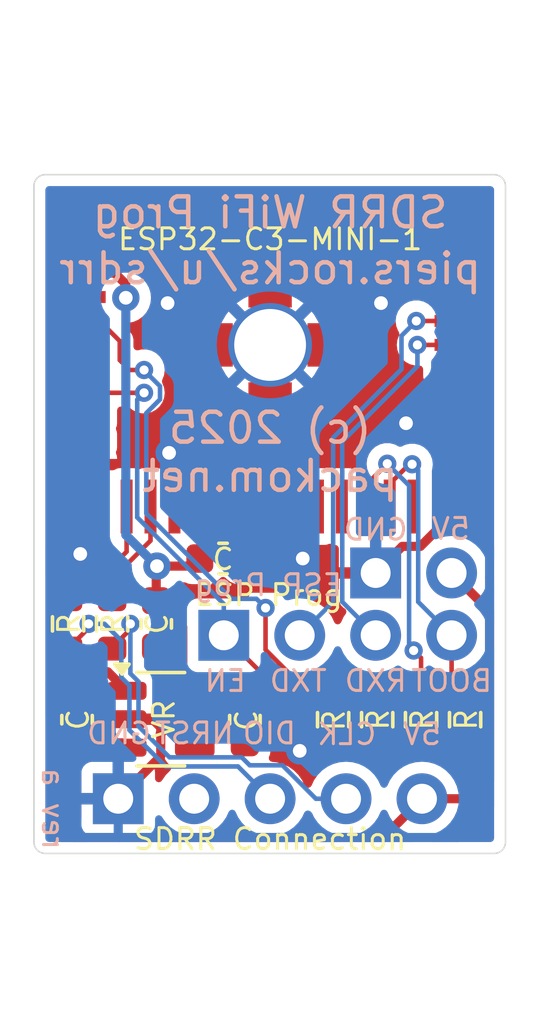
<source format=kicad_pcb>
(kicad_pcb (version 20240108) (generator "pcbnew") (generator_version "8.0")
  (layers (0 "F.Cu" signal) (31 "B.Cu" signal) (34 "B.Paste" user) (35 "F.Paste" user) (36 "B.SilkS" user "B.Silkscreen") (37 "F.SilkS" user "F.Silkscreen") (38 "B.Mask" user) (39 "F.Mask" user) (44 "Edge.Cuts" user))
  (net 0 "")
  (net 1 "+5V")
  (net 2 "GND")
  (net 3 "+3V3")
  (net 4 "SWD_DIO")
  (net 5 "SWD_CLK")
  (net 6 "NRST")
  (net 7 "RXD0")
  (net 8 "TXD")
  (net 9 "BOOT")
  (net 10 "EN")
  (net 11 "Net-(U1-IO8_JTD_BOOT)")
  (net 12 "Net-(U1-IO2_PU)")
  (net 36 "Net-(U1-IO0)")
  (net 37 "Net-(U1-IO1)")
  (footprint "Resistor_SMD:R_0603_1608Metric" (layer "F.Cu") (at 60.3504 68.7324 90)
    (property "Reference" "R4" (hide yes))
    (property "Value" "4K7")
    (fp_line (start -0.237258 -0.5225) (end 0.237258 -0.5225) (stroke (width 0.12)) (layer "F.SilkS"))
    (fp_line (start -0.237258 0.5225) (end 0.237258 0.5225) (stroke (width 0.12)) (layer "F.SilkS"))
    (pad "1" smd roundrect (at -0.825 0 90) (size 0.8 0.95) (layers "F.Cu" "F.Paste" "F.Mask") (net 3 "+3V3"))
    (pad "2" smd roundrect (at 0.825 0 90) (size 0.8 0.95) (layers "F.Cu" "F.Paste" "F.Mask") (net 12 "Net-(U1-IO2_PU)"))
  )
  (footprint "Connector_PinHeader_2.54mm:PinHeader_1x02_P2.54mm_Vertical" (layer "F.Cu") (at 60.2996 63.8302 90)
    (property "Reference" "J3" (hide yes))
    (property "Value" "Conn_01x02_Pin")
    (pad "1" thru_hole rect (at 0 0 90) (size 1.7 1.7) (drill 1) (layers "*.Cu" "*.Mask") (net 2 "GND"))
    (pad "2" thru_hole oval (at 0 2.54 90) (size 1.7 1.7) (drill 1) (layers "*.Cu" "*.Mask") (net 1 "+5V"))
  )
  (footprint "Package_TO_SOT_SMD:SOT-23-5" (layer "F.Cu") (at 53.1114 68.7172)
    (property "Reference" "U2" (hide yes))
    (property "Value" "AP2112K-3.3")
    (fp_line (start 0 -1.56) (end -0.8 -1.56) (stroke (width 0.12)) (layer "F.SilkS"))
    (fp_line (start 0 -1.56) (end 0.8 -1.56) (stroke (width 0.12)) (layer "F.SilkS"))
    (fp_line (start 0 1.56) (end -0.8 1.56) (stroke (width 0.12)) (layer "F.SilkS"))
    (fp_line (start 0 1.56) (end 0.8 1.56) (stroke (width 0.12)) (layer "F.SilkS"))
    (fp_poly (pts (xy -1.3 -1.51) (xy -1.54 -1.84) (xy -1.06 -1.84) (xy -1.3 -1.51)) (stroke (width 0.12)) (fill solid) (layer "F.SilkS"))
    (pad "1" smd roundrect (at -1.1375 -0.95) (size 1.325 0.6) (layers "F.Cu" "F.Paste" "F.Mask") (net 1 "+5V"))
    (pad "2" smd roundrect (at -1.1375 0) (size 1.325 0.6) (layers "F.Cu" "F.Paste" "F.Mask") (net 2 "GND"))
    (pad "3" smd roundrect (at -1.1375 0.95) (size 1.325 0.6) (layers "F.Cu" "F.Paste" "F.Mask") (net 1 "+5V"))
    (pad "4" smd roundrect (at 1.1375 0.95) (size 1.325 0.6) (layers "F.Cu" "F.Paste" "F.Mask"))
    (pad "5" smd roundrect (at 1.1375 -0.95) (size 1.325 0.6) (layers "F.Cu" "F.Paste" "F.Mask") (net 3 "+3V3"))
  )
  (footprint "Resistor_SMD:R_0603_1608Metric" (layer "F.Cu") (at 51.4858 65.532 -90)
    (property "Reference" "R6" (hide yes))
    (property "Value" "100R")
    (fp_line (start -0.237258 0.5225) (end 0.237258 0.5225) (stroke (width 0.12)) (layer "F.SilkS"))
    (fp_line (start -0.237258 -0.5225) (end 0.237258 -0.5225) (stroke (width 0.12)) (layer "F.SilkS"))
    (pad "1" smd roundrect (at -0.825 0 270) (size 0.8 0.95) (layers "F.Cu" "F.Paste" "F.Mask") (net 37 "Net-(U1-IO1)"))
    (pad "2" smd roundrect (at 0.825 0 270) (size 0.8 0.95) (layers "F.Cu" "F.Paste" "F.Mask") (net 5 "SWD_CLK"))
  )
  (footprint "Resistor_SMD:R_0603_1608Metric" (layer "F.Cu") (at 61.8181 68.7324 90)
    (property "Reference" "R3" (hide yes))
    (property "Value" "4K7")
    (fp_line (start -0.237258 -0.5225) (end 0.237258 -0.5225) (stroke (width 0.12)) (layer "F.SilkS"))
    (fp_line (start -0.237258 0.5225) (end 0.237258 0.5225) (stroke (width 0.12)) (layer "F.SilkS"))
    (pad "1" smd roundrect (at -0.825 0 90) (size 0.8 0.95) (layers "F.Cu" "F.Paste" "F.Mask") (net 3 "+3V3"))
    (pad "2" smd roundrect (at 0.825 0 90) (size 0.8 0.95) (layers "F.Cu" "F.Paste" "F.Mask") (net 11 "Net-(U1-IO8_JTD_BOOT)"))
  )
  (footprint "Connector_PinHeader_2.54mm:PinHeader_1x04_P2.54mm_Vertical" (layer "F.Cu") (at 55.2196 65.913 90)
    (property "Reference" "J2" (hide yes))
    (property "Value" "Conn_01x04_Pin")
    (pad "1" thru_hole rect (at 0 0 90) (size 1.7 1.7) (drill 1) (layers "*.Cu" "*.Mask") (net 10 "EN"))
    (pad "2" thru_hole oval (at 0 2.54 90) (size 1.7 1.7) (drill 1) (layers "*.Cu" "*.Mask") (net 8 "TXD"))
    (pad "3" thru_hole oval (at 0 5.08 90) (size 1.7 1.7) (drill 1) (layers "*.Cu" "*.Mask") (net 7 "RXD0"))
    (pad "4" thru_hole oval (at 0 7.62 90) (size 1.7 1.7) (drill 1) (layers "*.Cu" "*.Mask") (net 9 "BOOT"))
  )
  (footprint "Resistor_SMD:R_0603_1608Metric" (layer "F.Cu") (at 50.0126 65.532 -90)
    (property "Reference" "R5" (hide yes))
    (property "Value" "100R")
    (fp_line (start -0.237258 0.5225) (end 0.237258 0.5225) (stroke (width 0.12)) (layer "F.SilkS"))
    (fp_line (start -0.237258 -0.5225) (end 0.237258 -0.5225) (stroke (width 0.12)) (layer "F.SilkS"))
    (pad "1" smd roundrect (at -0.825 0 270) (size 0.8 0.95) (layers "F.Cu" "F.Paste" "F.Mask") (net 36 "Net-(U1-IO0)"))
    (pad "2" smd roundrect (at 0.825 0 270) (size 0.8 0.95) (layers "F.Cu" "F.Paste" "F.Mask") (net 4 "SWD_DIO"))
  )
  (footprint "Capacitor_SMD:C_0603_1608Metric" (layer "F.Cu") (at 50.3119 68.7324 90)
    (property "Reference" "C1" (hide yes))
    (property "Value" "1uF")
    (fp_line (start -0.14058 -0.51) (end 0.14058 -0.51) (stroke (width 0.12)) (layer "F.SilkS"))
    (fp_line (start -0.14058 0.51) (end 0.14058 0.51) (stroke (width 0.12)) (layer "F.SilkS"))
    (pad "1" smd roundrect (at -0.775 0 90) (size 0.9 0.95) (layers "F.Cu" "F.Paste" "F.Mask") (net 1 "+5V"))
    (pad "2" smd roundrect (at 0.775 0 90) (size 0.9 0.95) (layers "F.Cu" "F.Paste" "F.Mask") (net 2 "GND"))
  )
  (footprint "espressif:ESP32-C3-MINI-1_HandSoldering" (layer "F.Cu") (at 56.769 56.2102)
    (property "Reference" "U1" (hide yes))
    (property "Value" "ESP-C3-MINI_1")
    (pad "1" smd rect (at -6.4 -4 90) (size 0.4 1.8) (layers "F.Cu" "F.Paste" "F.Mask") (net 2 "GND"))
    (pad "2" smd rect (at -6.4 -3.2 90) (size 0.4 1.8) (layers "F.Cu" "F.Paste" "F.Mask") (net 2 "GND"))
    (pad "3" smd rect (at -6.4 -2.4 90) (size 0.4 1.8) (layers "F.Cu" "F.Paste" "F.Mask") (net 3 "+3V3"))
    (pad "4" smd rect (at -6.4 -1.6 90) (size 0.4 1.8) (layers "F.Cu" "F.Paste" "F.Mask"))
    (pad "5" smd rect (at -6.4 -0.8 90) (size 0.4 1.8) (layers "F.Cu" "F.Paste" "F.Mask") (net 12 "Net-(U1-IO2_PU)"))
    (pad "6" smd rect (at -6.4 0 90) (size 0.4 1.8) (layers "F.Cu" "F.Paste" "F.Mask"))
    (pad "7" smd rect (at -6.4 0.8 90) (size 0.4 1.8) (layers "F.Cu" "F.Paste" "F.Mask"))
    (pad "8" smd rect (at -6.4 1.6 90) (size 0.4 1.8) (layers "F.Cu" "F.Paste" "F.Mask") (net 10 "EN"))
    (pad "9" smd rect (at -6.4 2.4 90) (size 0.4 1.8) (layers "F.Cu" "F.Paste" "F.Mask"))
    (pad "10" smd rect (at -6.4 3.2 90) (size 0.4 1.8) (layers "F.Cu" "F.Paste" "F.Mask"))
    (pad "11" smd rect (at -6.4 4 90) (size 0.4 1.8) (layers "F.Cu" "F.Paste" "F.Mask") (net 2 "GND"))
    (pad "12" smd rect (at -4.8 5.4) (size 0.4 1.8) (layers "F.Cu" "F.Paste" "F.Mask") (net 36 "Net-(U1-IO0)"))
    (pad "13" smd rect (at -4 5.4) (size 0.4 1.8) (layers "F.Cu" "F.Paste" "F.Mask") (net 37 "Net-(U1-IO1)"))
    (pad "14" smd rect (at -3.2 5.4) (size 0.4 1.8) (layers "F.Cu" "F.Paste" "F.Mask") (net 2 "GND"))
    (pad "15" smd rect (at -2.4 5.4) (size 0.4 1.8) (layers "F.Cu" "F.Paste" "F.Mask"))
    (pad "16" smd rect (at -1.6 5.4) (size 0.4 1.8) (layers "F.Cu" "F.Paste" "F.Mask"))
    (pad "17" smd rect (at -0.8 5.4) (size 0.4 1.8) (layers "F.Cu" "F.Paste" "F.Mask"))
    (pad "18" smd rect (at 0 5.4) (size 0.4 1.8) (layers "F.Cu" "F.Paste" "F.Mask"))
    (pad "19" smd rect (at 0.8 5.4) (size 0.4 1.8) (layers "F.Cu" "F.Paste" "F.Mask"))
    (pad "20" smd rect (at 1.6 5.4) (size 0.4 1.8) (layers "F.Cu" "F.Paste" "F.Mask"))
    (pad "21" smd rect (at 2.4 5.4) (size 0.4 1.8) (layers "F.Cu" "F.Paste" "F.Mask"))
    (pad "22" smd rect (at 3.2 5.4) (size 0.4 1.8) (layers "F.Cu" "F.Paste" "F.Mask") (net 11 "Net-(U1-IO8_JTD_BOOT)"))
    (pad "23" smd rect (at 4 5.4) (size 0.4 1.8) (layers "F.Cu" "F.Paste" "F.Mask") (net 9 "BOOT"))
    (pad "24" smd rect (at 4.8 5.4) (size 0.4 1.8) (layers "F.Cu" "F.Paste" "F.Mask"))
    (pad "25" smd rect (at 6.4 4 90) (size 0.4 1.8) (layers "F.Cu" "F.Paste" "F.Mask"))
    (pad "26" smd rect (at 6.4 3.2 90) (size 0.4 1.8) (layers "F.Cu" "F.Paste" "F.Mask"))
    (pad "27" smd rect (at 6.4 2.4 90) (size 0.4 1.8) (layers "F.Cu" "F.Paste" "F.Mask"))
    (pad "28" smd rect (at 6.4 1.6 90) (size 0.4 1.8) (layers "F.Cu" "F.Paste" "F.Mask"))
    (pad "29" smd rect (at 6.4 0.8 90) (size 0.4 1.8) (layers "F.Cu" "F.Paste" "F.Mask"))
    (pad "30" smd rect (at 6.4 0 90) (size 0.4 1.8) (layers "F.Cu" "F.Paste" "F.Mask") (net 7 "RXD0"))
    (pad "31" smd rect (at 6.4 -0.8 90) (size 0.4 1.8) (layers "F.Cu" "F.Paste" "F.Mask") (net 8 "TXD"))
    (pad "32" smd rect (at 6.4 -1.6 90) (size 0.4 1.8) (layers "F.Cu" "F.Paste" "F.Mask"))
    (pad "33" smd rect (at 6.4 -2.4 90) (size 0.4 1.8) (layers "F.Cu" "F.Paste" "F.Mask"))
    (pad "34" smd rect (at 6.4 -3.2 90) (size 0.4 1.8) (layers "F.Cu" "F.Paste" "F.Mask"))
    (pad "35" smd rect (at 6.4 -4 90) (size 0.4 1.8) (layers "F.Cu" "F.Paste" "F.Mask"))
    (pad "36" smd rect (at 4.8 -4.9) (size 0.4 0.8) (layers "F.Cu" "F.Paste" "F.Mask") (net 2 "GND"))
    (pad "37" smd rect (at 4 -4.9) (size 0.4 0.8) (layers "F.Cu" "F.Paste" "F.Mask") (net 2 "GND"))
    (pad "38" smd rect (at 3.2 -4.9) (size 0.4 0.8) (layers "F.Cu" "F.Paste" "F.Mask") (net 2 "GND"))
    (pad "39" smd rect (at 2.4 -4.9) (size 0.4 0.8) (layers "F.Cu" "F.Paste" "F.Mask") (net 2 "GND"))
    (pad "40" smd rect (at 1.6 -4.9) (size 0.4 0.8) (layers "F.Cu" "F.Paste" "F.Mask") (net 2 "GND"))
    (pad "41" smd rect (at 0.8 -4.9) (size 0.4 0.8) (layers "F.Cu" "F.Paste" "F.Mask") (net 2 "GND"))
    (pad "42" smd rect (at 0 -4.9) (size 0.4 0.8) (layers "F.Cu" "F.Paste" "F.Mask") (net 2 "GND"))
    (pad "43" smd rect (at -0.8 -4.9) (size 0.4 0.8) (layers "F.Cu" "F.Paste" "F.Mask") (net 2 "GND"))
    (pad "44" smd rect (at -1.6 -4.9) (size 0.4 0.8) (layers "F.Cu" "F.Paste" "F.Mask") (net 2 "GND"))
    (pad "45" smd rect (at -2.4 -4.9) (size 0.4 0.8) (layers "F.Cu" "F.Paste" "F.Mask") (net 2 "GND"))
    (pad "46" smd rect (at -3.2 -4.9) (size 0.4 0.8) (layers "F.Cu" "F.Paste" "F.Mask") (net 2 "GND"))
    (pad "47" smd rect (at -4 -4.9) (size 0.4 0.8) (layers "F.Cu" "F.Paste" "F.Mask") (net 2 "GND"))
    (pad "48" smd rect (at -4.8 -4.9) (size 0.4 0.8) (layers "F.Cu" "F.Paste" "F.Mask") (net 2 "GND"))
    (pad "49" smd custom (at -1.975 -1.975) (size 0.8 0.8) (layers "F.Cu" "F.Paste" "F.Mask") (net 2 "GND") (options (clearance outline) (anchor rect)) (primitives (gr_poly (pts (xy 0.725 0.725) (xy -0.725 0.725) (xy -0.725 -0.125) (xy -0.125 -0.725) (xy 0.725 -0.725)) (width 0) (fill yes))))
    (pad "49" smd rect (at -1.975 0 90) (size 1.45 1.45) (layers "F.Cu" "F.Paste" "F.Mask") (net 2 "GND"))
    (pad "49" smd rect (at -1.975 1.975 90) (size 1.45 1.45) (layers "F.Cu" "F.Paste" "F.Mask") (net 2 "GND"))
    (pad "49" smd rect (at 0 -1.975 90) (size 1.45 1.45) (layers "F.Cu" "F.Paste" "F.Mask") (net 2 "GND"))
    (pad "49" thru_hole circle (at 0 0 90) (size 2.8 2.8) (drill 2.4) (layers "*.Cu" "*.Mask") (net 2 "GND"))
    (pad "49" smd rect (at 0 1.975 90) (size 1.45 1.45) (layers "F.Cu" "F.Paste" "F.Mask") (net 2 "GND"))
    (pad "49" smd rect (at 1.975 -1.975 90) (size 1.45 1.45) (layers "F.Cu" "F.Paste" "F.Mask") (net 2 "GND"))
    (pad "49" smd rect (at 1.975 0 90) (size 1.45 1.45) (layers "F.Cu" "F.Paste" "F.Mask") (net 2 "GND"))
    (pad "49" smd rect (at 1.975 1.975 90) (size 1.45 1.45) (layers "F.Cu" "F.Paste" "F.Mask") (net 2 "GND"))
    (pad "50" smd rect (at 6.35 -4.95 90) (size 0.7 1.7) (layers "F.Cu" "F.Paste" "F.Mask") (net 2 "GND"))
    (pad "51" smd rect (at 6.35 5.4 90) (size 1.7 1.7) (layers "F.Cu" "F.Paste" "F.Mask") (net 2 "GND"))
    (pad "52" smd rect (at -6.35 5.4 90) (size 1.7 1.7) (layers "F.Cu" "F.Paste" "F.Mask") (net 2 "GND"))
    (pad "53" smd rect (at -6.35 -4.95 90) (size 0.7 1.7) (layers "F.Cu" "F.Paste" "F.Mask") (net 2 "GND"))
    (zone (net 0) (net_name "") (layers "*.Cu") (name "antenna keepout") (connect_pads (clearance 0)) (min_thickness 0.254)
      (keepout (tracks not_allowed) (vias not_allowed) (pads not_allowed) (copperpour not_allowed) (footprints not_allowed))
      (fill (thermal_gap 0.508) (thermal_bridge_width 0.508))
      (polygon (pts (xy 63.369 50.6102) (xy 50.169 50.6102) (xy 50.169 45.2102) (xy 63.369 45.2102)))
    )
  )
  (footprint "Resistor_SMD:R_0603_1608Metric" (layer "F.Cu") (at 58.8772 68.7324 90)
    (property "Reference" "R1" (hide yes))
    (property "Value" "4K7")
    (fp_line (start -0.237258 -0.5225) (end 0.237258 -0.5225) (stroke (width 0.12)) (layer "F.SilkS"))
    (fp_line (start -0.237258 0.5225) (end 0.237258 0.5225) (stroke (width 0.12)) (layer "F.SilkS"))
    (pad "1" smd roundrect (at -0.825 0 90) (size 0.8 0.95) (layers "F.Cu" "F.Paste" "F.Mask") (net 3 "+3V3"))
    (pad "2" smd roundrect (at 0.825 0 90) (size 0.8 0.95) (layers "F.Cu" "F.Paste" "F.Mask") (net 10 "EN"))
  )
  (footprint "Capacitor_SMD:C_0603_1608Metric" (layer "F.Cu") (at 55.1942 63.3476)
    (property "Reference" "C4" (hide yes))
    (property "Value" "0.1uF")
    (fp_line (start -0.14058 -0.51) (end 0.14058 -0.51) (stroke (width 0.12)) (layer "F.SilkS"))
    (fp_line (start -0.14058 0.51) (end 0.14058 0.51) (stroke (width 0.12)) (layer "F.SilkS"))
    (pad "1" smd roundrect (at -0.775 0) (size 0.9 0.95) (layers "F.Cu" "F.Paste" "F.Mask") (net 3 "+3V3"))
    (pad "2" smd roundrect (at 0.775 0) (size 0.9 0.95) (layers "F.Cu" "F.Paste" "F.Mask") (net 2 "GND"))
  )
  (footprint "Capacitor_SMD:C_0603_1608Metric" (layer "F.Cu") (at 55.9253 68.7324 -90)
    (property "Reference" "C2" (hide yes))
    (property "Value" "1uF")
    (fp_line (start -0.14058 0.51) (end 0.14058 0.51) (stroke (width 0.12)) (layer "F.SilkS"))
    (fp_line (start -0.14058 -0.51) (end 0.14058 -0.51) (stroke (width 0.12)) (layer "F.SilkS"))
    (pad "1" smd roundrect (at -0.775 0 270) (size 0.9 0.95) (layers "F.Cu" "F.Paste" "F.Mask") (net 3 "+3V3"))
    (pad "2" smd roundrect (at 0.775 0 270) (size 0.9 0.95) (layers "F.Cu" "F.Paste" "F.Mask") (net 2 "GND"))
  )
  (footprint "Resistor_SMD:R_0603_1608Metric" (layer "F.Cu") (at 63.2913 68.7324 90)
    (property "Reference" "R2" (hide yes))
    (property "Value" "4K7")
    (fp_line (start -0.237258 -0.5225) (end 0.237258 -0.5225) (stroke (width 0.12)) (layer "F.SilkS"))
    (fp_line (start -0.237258 0.5225) (end 0.237258 0.5225) (stroke (width 0.12)) (layer "F.SilkS"))
    (pad "1" smd roundrect (at -0.825 0 90) (size 0.8 0.95) (layers "F.Cu" "F.Paste" "F.Mask") (net 3 "+3V3"))
    (pad "2" smd roundrect (at 0.825 0 90) (size 0.8 0.95) (layers "F.Cu" "F.Paste" "F.Mask") (net 9 "BOOT"))
  )
  (footprint "Capacitor_SMD:C_0603_1608Metric" (layer "F.Cu") (at 52.959 65.532 -90)
    (property "Reference" "C3" (hide yes))
    (property "Value" "10uF")
    (fp_line (start -0.14058 0.51) (end 0.14058 0.51) (stroke (width 0.12)) (layer "F.SilkS"))
    (fp_line (start -0.14058 -0.51) (end 0.14058 -0.51) (stroke (width 0.12)) (layer "F.SilkS"))
    (pad "1" smd roundrect (at -0.775 0 270) (size 0.9 0.95) (layers "F.Cu" "F.Paste" "F.Mask") (net 3 "+3V3"))
    (pad "2" smd roundrect (at 0.775 0 270) (size 0.9 0.95) (layers "F.Cu" "F.Paste" "F.Mask") (net 2 "GND"))
  )
  (footprint "Connector_PinHeader_2.54mm:PinHeader_1x05_P2.54mm_Vertical" (layer "B.Cu") (at 51.689 71.374 -90)
    (property "Reference" "J1" (hide yes))
    (property "Value" "Conn_01x05_Socket")
    (pad "1" thru_hole rect (at 0 0 270) (size 1.7 1.7) (drill 1) (layers "*.Cu" "*.Mask") (net 2 "GND"))
    (pad "2" thru_hole oval (at 0 -2.54 270) (size 1.7 1.7) (drill 1) (layers "*.Cu" "*.Mask") (net 6 "NRST"))
    (pad "3" thru_hole oval (at 0 -5.08 270) (size 1.7 1.7) (drill 1) (layers "*.Cu" "*.Mask") (net 4 "SWD_DIO"))
    (pad "4" thru_hole oval (at 0 -7.62 270) (size 1.7 1.7) (drill 1) (layers "*.Cu" "*.Mask") (net 5 "SWD_CLK"))
    (pad "5" thru_hole oval (at 0 -10.16 270) (size 1.7 1.7) (drill 1) (layers "*.Cu" "*.Mask") (net 1 "+5V"))
  )
  (gr_arc (start 48.8696 50.9016) (mid 48.981192 50.632192) (end 49.2506 50.5206) (stroke (width 0.05)) (layer "Edge.Cuts"))
  (gr_arc (start 49.2506 73.2028) (mid 48.981192 73.091208) (end 48.8696 72.8218) (stroke (width 0.05)) (layer "Edge.Cuts"))
  (gr_line (start 49.2506 50.5206) (end 64.262 50.5206) (stroke (width 0.05)) (layer "Edge.Cuts"))
  (gr_arc (start 64.643 72.8218) (mid 64.531408 73.091208) (end 64.262 73.2028) (stroke (width 0.05)) (layer "Edge.Cuts"))
  (gr_line (start 64.643 72.8218) (end 64.643 50.9016) (stroke (width 0.05)) (layer "Edge.Cuts"))
  (gr_line (start 49.2506 73.2028) (end 64.262 73.2028) (stroke (width 0.05)) (layer "Edge.Cuts"))
  (gr_line (start 48.8696 72.8218) (end 48.8696 50.9016) (stroke (width 0.05)) (layer "Edge.Cuts"))
  (gr_arc (start 64.262 50.5206) (mid 64.531408 50.632192) (end 64.643 50.9016) (stroke (width 0.05)) (layer "Edge.Cuts"))
  (gr_text "RXD" (at 60.2996 67.437 -0) (layer "B.SilkS") (effects (font (size 0.7 0.7) (thickness 0.1)) (justify mirror)))
  (gr_text "NRST" (at 54.229 69.1896 -0) (layer "B.SilkS") (effects (font (size 0.7 0.7) (thickness 0.1)) (justify mirror)))
  (gr_text "DIO" (at 56.7436 69.1896 -0) (layer "B.SilkS") (effects (font (size 0.7 0.7) (thickness 0.1)) (justify mirror)))
  (gr_text "CLK" (at 59.3344 69.215 -0) (layer "B.SilkS") (effects (font (size 0.7 0.7) (thickness 0.1)) (justify mirror)))
  (gr_text "ESP Prog" (at 59.2328 64.2366 0) (layer "B.SilkS") (effects (font (size 0.7 0.7) (thickness 0.1)) (justify left mirror)))
  (gr_text "GND" (at 60.2996 62.3824 0) (layer "B.SilkS") (effects (font (size 0.7 0.7) (thickness 0.1)) (justify mirror)))
  (gr_text "SDRR WiFi Prog" (at 56.769 51.7906 0) (layer "B.SilkS") (effects (font (size 1 1)) (justify mirror)))
  (gr_text "BOOT" (at 62.8396 67.437 -0) (layer "B.SilkS") (effects (font (size 0.7 0.7) (thickness 0.1)) (justify mirror)))
  (gr_text "5V" (at 61.849 69.215 -0) (layer "B.SilkS") (effects (font (size 0.7 0.7) (thickness 0.1)) (justify mirror)))
  (gr_text "EN" (at 55.2704 67.437 0) (layer "B.SilkS") (effects (font (size 0.7 0.7) (thickness 0.1)) (justify mirror)))
  (gr_text "(c) 2025\npackom.net" (at 56.769 59.7916 0) (layer "B.SilkS") (effects (font (size 1 1)) (justify mirror)))
  (gr_text "TXD" (at 57.7088 67.437 -0) (layer "B.SilkS") (effects (font (size 0.7 0.7) (thickness 0.1)) (justify mirror)))
  (gr_text "rev a" (at 49.5046 71.7042 -90) (layer "B.SilkS") (effects (font (size 0.7 0.7) (thickness 0.1)) (justify mirror)))
  (gr_text "5V" (at 62.8142 62.357 0) (layer "B.SilkS") (effects (font (size 0.7 0.7) (thickness 0.1)) (justify mirror)))
  (gr_text "piers.rocks/u/sdrr" (at 56.769 53.6602 0) (layer "B.SilkS") (effects (font (size 1 1)) (justify mirror)))
  (gr_text "GND" (at 51.7144 69.1896 -0) (layer "B.SilkS") (effects (font (size 0.7 0.7) (thickness 0.1)) (justify mirror)))
  (gr_text "R" (at 51.5112 65.532 90) (layer "F.SilkS") (effects (font (size 0.7 0.7) (thickness 0.1))))
  (gr_text "C" (at 50.3428 68.7324 90) (layer "F.SilkS") (effects (font (size 0.7 0.7) (thickness 0.1))))
  (gr_text "C" (at 55.1942 63.373 0) (layer "F.SilkS") (effects (font (size 0.7 0.7) (thickness 0.1))))
  (gr_text "R" (at 50.038 65.532 90) (layer "F.SilkS") (effects (font (size 0.7 0.7) (thickness 0.1))))
  (gr_text "C" (at 52.9844 65.532 90) (layer "F.SilkS") (effects (font (size 0.7 0.7) (thickness 0.1))))
  (gr_text "R" (at 58.9026 68.7578 90) (layer "F.SilkS") (effects (font (size 0.7 0.7) (thickness 0.1))))
  (gr_text "C" (at 55.9816 68.7578 90) (layer "F.SilkS") (effects (font (size 0.7 0.7) (thickness 0.1))))
  (gr_text "VR" (at 53.213 68.7172 90) (layer "F.SilkS") (effects (font (size 0.7 0.7) (thickness 0.1))))
  (gr_text "R" (at 63.3222 68.7324 90) (layer "F.SilkS") (effects (font (size 0.7 0.7) (thickness 0.1))))
  (gr_text "R" (at 61.849 68.7324 90) (layer "F.SilkS") (effects (font (size 0.7 0.7) (thickness 0.1))))
  (gr_text "SDRR Connection" (at 56.769 72.7202 0) (layer "F.SilkS") (effects (font (size 0.7 0.7) (thickness 0.1))))
  (gr_text "R" (at 60.3758 68.7324 90) (layer "F.SilkS") (effects (font (size 0.7 0.7) (thickness 0.1))))
  (gr_text "ESP32-C3-MINI-1" (at 56.769 52.6796 0) (layer "F.SilkS") (effects (font (size 0.7 0.7) (thickness 0.1))))
  (gr_text "ESP Prog" (at 59.2582 64.5668 0) (layer "F.SilkS") (effects (font (size 0.7 0.7) (thickness 0.1)) (justify right)))
  (segment (start 62.8396 63.8302) (end 64.1096 65.1002) (width 0.3048) (layer "F.Cu") (net 1))
  (segment (start 49.8094 72.6694) (end 49.403 72.263) (width 0.3048) (layer "F.Cu") (net 1))
  (segment (start 60.5586 72.6694) (end 49.8094 72.6694) (width 0.3048) (layer "F.Cu") (net 1))
  (segment (start 49.784 67.1322) (end 51.3389 67.1322) (width 0.3048) (layer "F.Cu") (net 1))
  (segment (start 51.3389 67.1322) (end 51.9739 67.7672) (width 0.3048) (layer "F.Cu") (net 1))
  (segment (start 49.403 67.5132) (end 49.784 67.1322) (width 0.3048) (layer "F.Cu") (net 1))
  (segment (start 49.403 72.263) (end 49.403 70.4163) (width 0.3048) (layer "F.Cu") (net 1))
  (segment (start 63.4746 71.374) (end 61.849 71.374) (width 0.3048) (layer "F.Cu") (net 1))
  (segment (start 50.3119 69.5074) (end 49.403 68.5985) (width 0.3048) (layer "F.Cu") (net 1))
  (segment (start 49.403 68.5985) (end 49.403 67.5132) (width 0.3048) (layer "F.Cu") (net 1))
  (segment (start 50.3119 69.5074) (end 51.8141 69.5074) (width 0.3048) (layer "F.Cu") (net 1))
  (segment (start 61.854 71.374) (end 60.5586 72.6694) (width 0.3048) (layer "F.Cu") (net 1))
  (segment (start 49.403 70.4163) (end 50.3119 69.5074) (width 0.3048) (layer "F.Cu") (net 1))
  (segment (start 51.8141 69.5074) (end 51.9739 69.6672) (width 0.3048) (layer "F.Cu") (net 1))
  (segment (start 64.1096 65.1002) (end 64.1096 70.739) (width 0.3048) (layer "F.Cu") (net 1))
  (segment (start 64.1096 70.739) (end 63.4746 71.374) (width 0.3048) (layer "F.Cu") (net 1))
  (segment (start 53.1114 69.215) (end 53.1114 68.440392) (width 0.3048) (layer "F.Cu") (net 2))
  (segment (start 63.119 61.6102) (end 63.119 61.6204) (width 0.3048) (layer "F.Cu") (net 2))
  (segment (start 53.149315 68.402477) (end 52.834592 68.7172) (width 0.3048) (layer "F.Cu") (net 2))
  (segment (start 51.9739 68.7172) (end 51.0717 68.7172) (width 0.3048) (layer "F.Cu") (net 2))
  (segment (start 55.1434 68.7324) (end 55.9184 69.5074) (width 0.3048) (layer "F.Cu") (net 2))
  (segment (start 61.7982 62.9412) (end 61.1886 62.9412) (width 0.3048) (layer "F.Cu") (net 2))
  (segment (start 50.369 51.3102) (end 50.419 51.2602) (width 0.3048) (layer "F.Cu") (net 2))
  (segment (start 53.1114 68.994008) (end 52.834592 68.7172) (width 0.3048) (layer "F.Cu") (net 2))
  (segment (start 55.9184 69.5074) (end 55.9253 69.5074) (width 0.3048) (layer "F.Cu") (net 2))
  (segment (start 53.149315 66.497315) (end 52.959 66.307) (width 0.3048) (layer "F.Cu") (net 2))
  (segment (start 52.834592 68.7172) (end 51.9739 68.7172) (width 0.3048) (layer "F.Cu") (net 2))
  (segment (start 50.369 53.0102) (end 51.587 53.0102) (width 0.3048) (layer "F.Cu") (net 2))
  (segment (start 51.689 71.374) (end 53.1114 69.9516) (width 0.3048) (layer "F.Cu") (net 2))
  (segment (start 53.1114 69.215) (end 53.1114 68.994008) (width 0.3048) (layer "F.Cu") (net 2))
  (segment (start 51.0717 68.7172) (end 50.3119 67.9574) (width 0.3048) (layer "F.Cu") (net 2))
  (segment (start 57.8612 63.3476) (end 56.8706 64.3382) (width 0.3048) (layer "F.Cu") (net 2))
  (segment (start 53.1114 68.440392) (end 53.149315 68.402477) (width 0.3048) (layer "F.Cu") (net 2))
  (segment (start 61.1886 62.9412) (end 60.2996 63.8302) (width 0.3048) (layer "F.Cu") (net 2))
  (segment (start 51.587 53.0102) (end 51.8414 52.7558) (width 0.3048) (layer "F.Cu") (net 2))
  (segment (start 56.8706 64.3382) (end 56.1086 64.3382) (width 0.3048) (layer "F.Cu") (net 2))
  (segment (start 53.149315 68.402477) (end 53.149315 66.497315) (width 0.3048) (layer "F.Cu") (net 2))
  (segment (start 53.479238 68.7324) (end 55.1434 68.7324) (width 0.3048) (layer "F.Cu") (net 2))
  (segment (start 53.1114 69.9516) (end 53.1114 69.215) (width 0.3048) (layer "F.Cu") (net 2))
  (segment (start 53.149315 68.402477) (end 53.479238 68.7324) (width 0.3048) (layer "F.Cu") (net 2))
  (segment (start 63.119 61.6204) (end 61.7982 62.9412) (width 0.3048) (layer "F.Cu") (net 2))
  (via (at 61.3156 58.8264) (size 0.9144) (drill 0.4572) (layers "F.Cu" "B.Cu") (net 2))
  (via (at 57.7596 69.7738) (size 0.9144) (drill 0.4572) (layers "F.Cu" "B.Cu") (net 2))
  (via (at 50.419 63.1952) (size 0.9144) (drill 0.4572) (layers "F.Cu" "B.Cu") (net 2))
  (via (at 60.4774 54.8132) (size 0.9144) (drill 0.4572) (layers "F.Cu" "B.Cu") (net 2))
  (via (at 53.3908 59.817) (size 0.9144) (drill 0.4572) (layers "F.Cu" "B.Cu") (net 2))
  (via (at 57.8612 63.3476) (size 0.9144) (drill 0.4572) (layers "F.Cu" "B.Cu") (net 2))
  (via (at 53.34 54.8132) (size 0.9144) (drill 0.4572) (layers "F.Cu" "B.Cu") (net 2))
  (segment (start 51.694 71.374) (end 50.1904 71.374) (width 0.3048) (layer "B.Cu") (net 2))
  (segment (start 50.1904 71.374) (end 50.038 71.5264) (width 0.3048) (layer "B.Cu") (net 2))
  (segment (start 51.689 71.374) (end 51.689 72.644) (width 0.3048) (layer "B.Cu") (net 2))
  (segment (start 50.038 72.4916) (end 50.2158 72.6694) (width 0.3048) (layer "B.Cu") (net 2))
  (segment (start 50.038 71.5264) (end 50.038 72.4916) (width 0.3048) (layer "B.Cu") (net 2))
  (segment (start 64.1096 63.9826) (end 64.1096 71.6026) (width 0.3048) (layer "B.Cu") (net 2))
  (segment (start 50.2158 72.6694) (end 51.7144 72.6694) (width 0.3048) (layer "B.Cu") (net 2))
  (segment (start 64.1096 71.6026) (end 63.0428 72.6694) (width 0.3048) (layer "B.Cu") (net 2))
  (segment (start 51.689 72.644) (end 51.7144 72.6694) (width 0.3048) (layer "B.Cu") (net 2))
  (segment (start 64.1096 63.9826) (end 64.1096 62.9666) (width 0.3048) (layer "B.Cu") (net 2))
  (segment (start 63.0428 72.6694) (end 51.7144 72.6694) (width 0.3048) (layer "B.Cu") (net 2))
  (segment (start 55.7351 67.7672) (end 55.9253 67.9574) (width 0.3048) (layer "F.Cu") (net 3))
  (segment (start 52.959 64.757) (end 53.848 65.646) (width 0.3048) (layer "F.Cu") (net 3))
  (segment (start 63.2913 69.5574) (end 58.8717 69.5574) (width 0.3048) (layer "F.Cu") (net 3))
  (segment (start 53.848 65.646) (end 53.848 67.3663) (width 0.3048) (layer "F.Cu") (net 3))
  (segment (start 58.0467 68.7324) (end 56.7003 68.7324) (width 0.3048) (layer "F.Cu") (net 3))
  (segment (start 52.9844 63.6016) (end 54.1652 63.6016) (width 0.3048) (layer "F.Cu") (net 3))
  (segment (start 53.848 65.8945) (end 53.848 67.6148) (width 0.3048) (layer "F.Cu") (net 3))
  (segment (start 51.943 54.6354) (end 51.943 54.1782) (width 0.3048) (layer "F.Cu") (net 3))
  (segment (start 58.8717 69.5574) (end 58.0467 68.7324) (width 0.3048) (layer "F.Cu") (net 3))
  (segment (start 51.575 53.8102) (end 50.369 53.8102) (width 0.3048) (layer "F.Cu") (net 3))
  (segment (start 52.959 63.627) (end 52.959 64.757) (width 0.3048) (layer "F.Cu") (net 3))
  (segment (start 54.1652 63.6016) (end 54.4192 63.3476) (width 0.3048) (layer "F.Cu") (net 3))
  (segment (start 55.6589 67.691) (end 55.9253 67.9574) (width 0.3048) (layer "F.Cu") (net 3))
  (segment (start 56.7003 68.7324) (end 55.9253 67.9574) (width 0.3048) (layer "F.Cu") (net 3))
  (segment (start 51.943 54.1782) (end 51.575 53.8102) (width 0.3048) (layer "F.Cu") (net 3))
  (segment (start 54.2489 67.7672) (end 55.7351 67.7672) (width 0.3048) (layer "F.Cu") (net 3))
  (segment (start 52.9844 63.6016) (end 52.959 63.627) (width 0.3048) (layer "F.Cu") (net 3))
  (via (at 52.9844 63.6016) (size 0.9144) (drill 0.4572) (layers "F.Cu" "B.Cu") (net 3))
  (via (at 51.943 54.6354) (size 0.9144) (drill 0.4572) (layers "F.Cu" "B.Cu") (net 3))
  (segment (start 51.943 54.6354) (end 51.943 62.5602) (width 0.3048) (layer "B.Cu") (net 3))
  (segment (start 51.943 62.5602) (end 52.9844 63.6016) (width 0.3048) (layer "B.Cu") (net 3))
  (segment (start 50.699125 65.530921) (end 50.699125 65.670475) (width 0.1524) (layer "F.Cu") (net 4))
  (segment (start 50.699125 65.670475) (end 50.0126 66.357) (width 0.1524) (layer "F.Cu") (net 4))
  (via (at 50.699125 65.530921) (size 0.6096) (drill 0.3048) (layers "F.Cu" "B.Cu") (net 4))
  (segment (start 52.0632 69.0812) (end 53.2774 70.2954) (width 0.1524) (layer "B.Cu") (net 4))
  (segment (start 52.0632 67.5894) (end 52.0632 69.0812) (width 0.1524) (layer "B.Cu") (net 4))
  (segment (start 53.2774 70.2954) (end 55.6954 70.2954) (width 0.1524) (layer "B.Cu") (net 4))
  (segment (start 51.7906 67.3168) (end 52.0632 67.5894) (width 0.1524) (layer "B.Cu") (net 4))
  (segment (start 55.6954 70.2954) (end 56.774 71.374) (width 0.1524) (layer "B.Cu") (net 4))
  (segment (start 50.699125 65.530921) (end 51.230721 65.530921) (width 0.1524) (layer "B.Cu") (net 4))
  (segment (start 51.230721 65.530921) (end 51.7906 66.0908) (width 0.1524) (layer "B.Cu") (net 4))
  (segment (start 51.7906 66.0908) (end 51.7906 67.3168) (width 0.1524) (layer "B.Cu") (net 4))
  (segment (start 51.4858 66.3194) (end 51.4858 66.357) (width 0.1524) (layer "F.Cu") (net 5))
  (segment (start 52.0954 65.7098) (end 51.4858 66.3194) (width 0.1524) (layer "F.Cu") (net 5))
  (segment (start 52.0954 65.532) (end 52.0954 65.7098) (width 0.1524) (layer "F.Cu") (net 5))
  (via (at 52.0954 65.532) (size 0.6096) (drill 0.3048) (layers "F.Cu" "B.Cu") (net 5))
  (segment (start 52.368 68.954948) (end 53.403652 69.9906) (width 0.1524) (layer "B.Cu") (net 5))
  (segment (start 55.821652 69.9906) (end 56.087452 70.2564) (width 0.1524) (layer "B.Cu") (net 5))
  (segment (start 57.181771 70.2564) (end 58.299371 71.374) (width 0.1524) (layer "B.Cu") (net 5))
  (segment (start 53.403652 69.9906) (end 55.821652 69.9906) (width 0.1524) (layer "B.Cu") (net 5))
  (segment (start 56.087452 70.2564) (end 57.181771 70.2564) (width 0.1524) (layer "B.Cu") (net 5))
  (segment (start 52.0954 65.532) (end 52.0954 67.190548) (width 0.1524) (layer "B.Cu") (net 5))
  (segment (start 58.299371 71.374) (end 59.314 71.374) (width 0.1524) (layer "B.Cu") (net 5))
  (segment (start 52.0954 67.190548) (end 52.368 67.463148) (width 0.1524) (layer "B.Cu") (net 5))
  (segment (start 52.368 67.463148) (end 52.368 68.954948) (width 0.1524) (layer "B.Cu") (net 5))
  (segment (start 61.6966 56.2102) (end 63.169 56.2102) (width 0.1524) (layer "F.Cu") (net 7))
  (via (at 61.6966 56.2102) (size 0.6096) (drill 0.3048) (layers "F.Cu" "B.Cu") (net 7))
  (segment (start 61.6966 56.9214) (end 59.182 59.436) (width 0.1524) (layer "B.Cu") (net 7))
  (segment (start 61.6966 56.2102) (end 61.6966 56.9214) (width 0.1524) (layer "B.Cu") (net 7))
  (segment (start 59.182 59.436) (end 59.182 64.7954) (width 0.1524) (layer "B.Cu") (net 7))
  (segment (start 59.182 64.7954) (end 60.2996 65.913) (width 0.1524) (layer "B.Cu") (net 7))
  (segment (start 61.6584 55.4102) (end 63.169 55.4102) (width 0.1524) (layer "F.Cu") (net 8))
  (via (at 61.6584 55.4102) (size 0.6096) (drill 0.3048) (layers "F.Cu" "B.Cu") (net 8))
  (segment (start 57.7596 65.913) (end 58.8772 64.7954) (width 0.1524) (layer "B.Cu") (net 8))
  (segment (start 61.1632 57.023748) (end 61.1632 55.9054) (width 0.1524) (layer "B.Cu") (net 8))
  (segment (start 58.8772 59.309748) (end 61.1632 57.023748) (width 0.1524) (layer "B.Cu") (net 8))
  (segment (start 61.1632 55.9054) (end 61.6584 55.4102) (width 0.1524) (layer "B.Cu") (net 8))
  (segment (start 58.8772 64.7954) (end 58.8772 59.309748) (width 0.1524) (layer "B.Cu") (net 8))
  (segment (start 62.8396 65.913) (end 62.8396 67.4557) (width 0.1524) (layer "F.Cu") (net 9))
  (segment (start 61.5188 60.198) (end 61.424 60.198) (width 0.1524) (layer "F.Cu") (net 9))
  (segment (start 62.8396 67.4557) (end 63.2913 67.9074) (width 0.1524) (layer "F.Cu") (net 9))
  (segment (start 60.769 60.853) (end 60.769 61.6102) (width 0.1524) (layer "F.Cu") (net 9))
  (segment (start 61.424 60.198) (end 60.769 60.853) (width 0.1524) (layer "F.Cu") (net 9))
  (via (at 61.5188 60.198) (size 0.6096) (drill 0.3048) (layers "F.Cu" "B.Cu") (net 9))
  (segment (start 61.722 64.7954) (end 62.8396 65.913) (width 0.1524) (layer "B.Cu") (net 9))
  (segment (start 61.5188 60.198) (end 61.722 60.4012) (width 0.1524) (layer "B.Cu") (net 9))
  (segment (start 61.722 60.4012) (end 61.722 64.7954) (width 0.1524) (layer "B.Cu") (net 9))
  (segment (start 52.5526 57.8102) (end 50.369 57.8102) (width 0.1524) (layer "F.Cu") (net 10))
  (segment (start 57.214 67.9074) (end 55.2196 65.913) (width 0.1524) (layer "F.Cu") (net 10))
  (segment (start 58.8772 67.9074) (end 57.214 67.9074) (width 0.1524) (layer "F.Cu") (net 10))
  (via (at 52.5526 57.8102) (size 0.6096) (drill 0.3048) (layers "F.Cu" "B.Cu") (net 10))
  (segment (start 52.324 61.976) (end 52.328668 61.976) (width 0.1524) (layer "B.Cu") (net 10))
  (segment (start 52.328668 61.976) (end 52.605734 62.253066) (width 0.1524) (layer "B.Cu") (net 10))
  (segment (start 55.2196 65.913) (end 55.2196 64.866932) (width 0.1524) (layer "B.Cu") (net 10))
  (segment (start 52.324 58.0388) (end 52.5526 57.8102) (width 0.1524) (layer "B.Cu") (net 10))
  (segment (start 52.605734 62.253066) (end 52.324 61.971332) (width 0.1524) (layer "B.Cu") (net 10))
  (segment (start 55.2196 64.866932) (end 52.605734 62.253066) (width 0.1524) (layer "B.Cu") (net 10))
  (segment (start 52.324 58.0388) (end 52.324 61.976) (width 0.1524) (layer "B.Cu") (net 10))
  (segment (start 61.4934 67.5827) (end 61.8181 67.9074) (width 0.1524) (layer "F.Cu") (net 11))
  (segment (start 61.8181 67.9074) (end 61.5696 67.6589) (width 0.1524) (layer "F.Cu") (net 11))
  (segment (start 61.8181 66.6695) (end 61.8181 67.9074) (width 0.1524) (layer "F.Cu") (net 11))
  (segment (start 61.5696 66.421) (end 61.8181 66.6695) (width 0.1524) (layer "F.Cu") (net 11))
  (segment (start 59.969 60.898658) (end 59.969 61.6102) (width 0.1524) (layer "F.Cu") (net 11))
  (segment (start 59.969 62.2804) (end 59.969 61.6102) (width 0.1524) (layer "F.Cu") (net 11))
  (segment (start 60.687829 60.179829) (end 59.969 60.898658) (width 0.1524) (layer "F.Cu") (net 11))
  (via (at 61.5696 66.421) (size 0.6096) (drill 0.3048) (layers "F.Cu" "B.Cu") (net 11))
  (via (at 60.687829 60.179829) (size 0.6096) (drill 0.3048) (layers "F.Cu" "B.Cu") (net 11))
  (segment (start 60.687829 60.179829) (end 61.4172 60.9092) (width 0.1524) (layer "B.Cu") (net 11))
  (segment (start 61.4172 60.9092) (end 61.4172 66.2686) (width 0.1524) (layer "B.Cu") (net 11))
  (segment (start 61.4172 66.2686) (end 61.5696 66.421) (width 0.1524) (layer "B.Cu") (net 11))
  (segment (start 57.4802 67.2592) (end 59.7022 67.2592) (width 0.1524) (layer "F.Cu") (net 12))
  (segment (start 52.069797 57.048197) (end 51.7398 56.7182) (width 0.1524) (layer "F.Cu") (net 12))
  (segment (start 52.5526 57.048197) (end 52.069797 57.048197) (width 0.1524) (layer "F.Cu") (net 12))
  (segment (start 51.069 55.4102) (end 50.369 55.4102) (width 0.1524) (layer "F.Cu") (net 12))
  (segment (start 56.6166 64.9986) (end 56.6166 66.3956) (width 0.1524) (layer "F.Cu") (net 12))
  (segment (start 56.6166 66.3956) (end 57.4802 67.2592) (width 0.1524) (layer "F.Cu") (net 12))
  (segment (start 59.7022 67.2592) (end 60.3504 67.9074) (width 0.1524) (layer "F.Cu") (net 12))
  (segment (start 51.7398 56.081) (end 51.069 55.4102) (width 0.1524) (layer "F.Cu") (net 12))
  (segment (start 51.7398 56.7182) (end 51.7398 56.081) (width 0.1524) (layer "F.Cu") (net 12))
  (via (at 52.5526 57.048197) (size 0.6096) (drill 0.3048) (layers "F.Cu" "B.Cu") (net 12))
  (via (at 56.6166 64.9986) (size 0.6096) (drill 0.3048) (layers "F.Cu" "B.Cu") (net 12))
  (segment (start 53.086 57.589258) (end 52.752071 57.255329) (width 0.1524) (layer "B.Cu") (net 12))
  (segment (start 53.086 58.031142) (end 53.086 57.589258) (width 0.1524) (layer "B.Cu") (net 12))
  (segment (start 56.6166 64.9986) (end 56.3118 64.6938) (width 0.1524) (layer "B.Cu") (net 12))
  (segment (start 52.6288 61.84508) (end 52.6288 58.488342) (width 0.1524) (layer "B.Cu") (net 12))
  (segment (start 55.47752 64.6938) (end 52.6288 61.84508) (width 0.1524) (layer "B.Cu") (net 12))
  (segment (start 52.5526 57.055858) (end 52.5526 57.048197) (width 0.1524) (layer "B.Cu") (net 12))
  (segment (start 52.866171 58.250971) (end 53.086 58.031142) (width 0.1524) (layer "B.Cu") (net 12))
  (segment (start 52.752071 57.255329) (end 52.5526 57.055858) (width 0.1524) (layer "B.Cu") (net 12))
  (segment (start 56.3118 64.6938) (end 55.47752 64.6938) (width 0.1524) (layer "B.Cu") (net 12))
  (segment (start 52.6288 58.488342) (end 52.866171 58.250971) (width 0.1524) (layer "B.Cu") (net 12))
  (segment (start 50.6669 64.0527) (end 50.0126 64.707) (width 0.1524) (layer "F.Cu") (net 36))
  (segment (start 51.969 61.6102) (end 51.969 63.119148) (width 0.1524) (layer "F.Cu") (net 36))
  (segment (start 51.035448 64.0527) (end 50.6669 64.0527) (width 0.1524) (layer "F.Cu") (net 36))
  (segment (start 51.969 63.119148) (end 51.035448 64.0527) (width 0.1524) (layer "F.Cu") (net 36))
  (segment (start 51.4858 64.707) (end 51.4858 64.0334) (width 0.1524) (layer "F.Cu") (net 37))
  (segment (start 52.769 62.7502) (end 52.769 61.6102) (width 0.1524) (layer "F.Cu") (net 37))
  (segment (start 51.4858 64.0334) (end 52.769 62.7502) (width 0.1524) (layer "F.Cu") (net 37))
  (zone (net 2) (net_name "GND") (layers "F&B.Cu") (connect_pads (clearance 0.381)) (min_thickness 0.254) (fill yes (thermal_gap 0.381) (thermal_bridge_width 0.381))
    (polygon (pts (xy 64.6684 73.2028) (xy 64.6684 48.2854) (xy 48.8696 48.2854) (xy 48.8696 73.2028)))
  )
)
</source>
